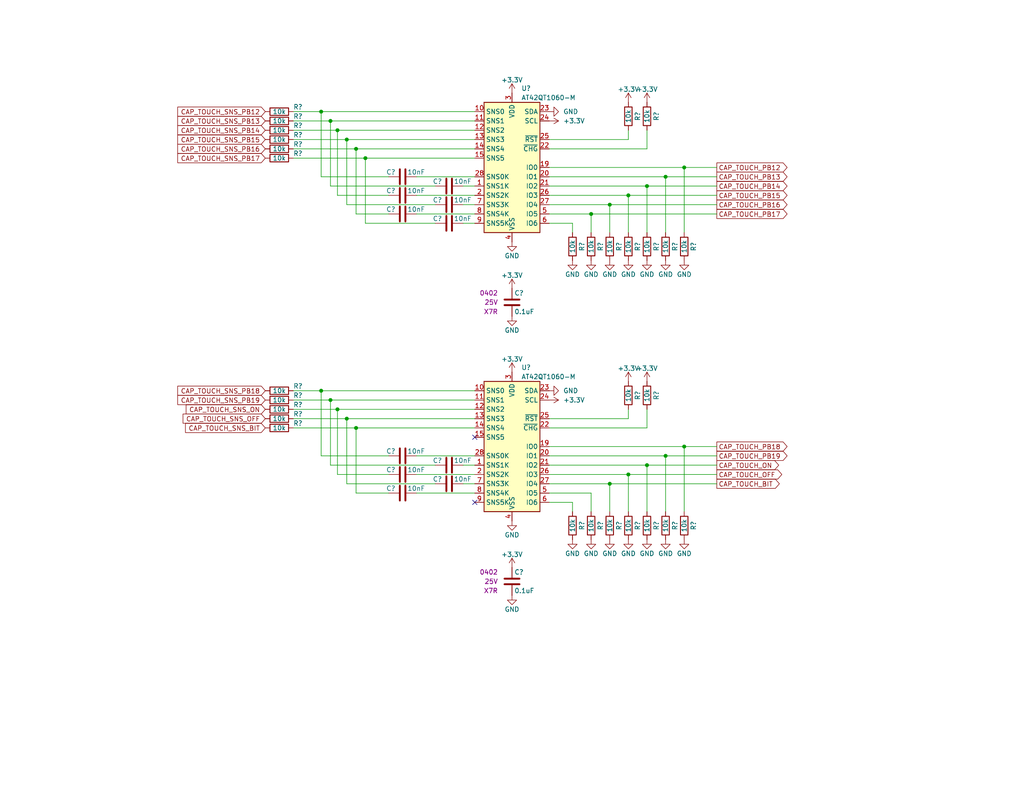
<source format=kicad_sch>
(kicad_sch (version 20230121) (generator eeschema)
  (paper "A")
  (title_block (title "USB MPD") (date "2024-02-01") (rev "PRELIM") (company "Drew Maatman"))
  (lib_symbols
    (symbol "Custom Library:C_Custom" (pin_numbers hide) (pin_names (offset 0.254))
      (property "Reference" "C" (at 0.635 2.54 0))
      (property "Value" "C_Custom" (at 0.635 -2.54 0))
      (property "display_footprint" "Foot" (at -3.81 2.54 0))
      (property "Voltage" "V" (at -3.81 0 0))
      (property "Dielectric" "Er" (at -3.81 -2.54 0))
      (symbol "C_Custom_0_1"
        (polyline (pts (xy -2.032 -0.762) (xy 2.032 -0.762)) (stroke (width 0.508)))
        (polyline (pts (xy -2.032 0.762) (xy 2.032 0.762)) (stroke (width 0.508)))
      )
      (symbol "C_Custom_1_1"
        (pin passive line (at 0 3.81 270) (length 2.794) (name "~") (number "1"))
        (pin passive line (at 0 -3.81 90) (length 2.794) (name "~") (number "2"))
      )
    )
    (symbol "Custom_Library:R_Custom" (pin_numbers hide) (pin_names (offset 1.016) hide)
      (property "Reference" "R" (at -2.54 0 90))
      (property "Value" "Custom_Library_R_Custom" (at 0 0 90))
      (property "display_footprint" "Foot" (at 2.54 0 90))
      (property "Tolerance" "Tol" (at 5.08 0 90))
      (property "Wattage" "W" (at 7.62 0 90))
      (symbol "R_Custom_0_1"
        (rectangle (start 1.016 2.54) (end -1.016 -2.54) (stroke (width 0.254)))
      )
      (symbol "R_Custom_1_1"
        (pin passive line (at 0 3.81 270) (length 1.27) (name "1") (number "1"))
        (pin passive line (at 0 -3.81 90) (length 1.27) (name "2") (number "2"))
      )
    )
    (symbol "Sensor_Touch:AT42QT1060-M"
      (property "Reference" "U" (at -2.54 21.59 0))
      (property "Value" "AT42QT1060-M" (at -2.54 19.05 0))
      (symbol "AT42QT1060-M_0_1"
        (rectangle (start 7.62 17.78) (end -7.62 -17.78) (stroke (width 0.254)) (fill (type background)))
      )
      (symbol "AT42QT1060-M_1_1"
        (pin passive line (at 10.16 -5.08 180) (length 2.54) (name "SNS1K") (number "1"))
        (pin passive line (at 10.16 15.24 180) (length 2.54) (name "SNS0") (number "10"))
        (pin passive line (at 10.16 12.7 180) (length 2.54) (name "SNS1") (number "11"))
        (pin passive line (at 10.16 10.16 180) (length 2.54) (name "SNS2") (number "12"))
        (pin passive line (at 10.16 7.62 180) (length 2.54) (name "SNS3") (number "13"))
        (pin passive line (at 10.16 5.08 180) (length 2.54) (name "SNS4") (number "14"))
        (pin passive line (at 10.16 2.54 180) (length 2.54) (name "SNS5") (number "15"))
        (pin passive line (at 0 20.32 270) (length 2.54) hide (name "VDD") (number "16"))
        (pin passive line (at 0 20.32 270) (length 2.54) hide (name "VDD") (number "17"))
        (pin passive line (at 0 -20.32 90) (length 2.54) hide (name "VSS") (number "18"))
        (pin bidirectional line (at -10.16 0 0) (length 2.54) (name "IO0") (number "19"))
        (pin passive line (at 10.16 -7.62 180) (length 2.54) (name "SNS2K") (number "2"))
        (pin bidirectional line (at -10.16 -2.54 0) (length 2.54) (name "IO1") (number "20"))
        (pin bidirectional line (at -10.16 -5.08 0) (length 2.54) (name "IO2") (number "21"))
        (pin open_collector line (at -10.16 5.08 0) (length 2.54) (name "~{CHG}") (number "22"))
        (pin bidirectional line (at -10.16 15.24 0) (length 2.54) (name "SDA") (number "23"))
        (pin input line (at -10.16 12.7 0) (length 2.54) (name "SCL") (number "24"))
        (pin input line (at -10.16 7.62 0) (length 2.54) (name "~{RST}") (number "25"))
        (pin bidirectional line (at -10.16 -7.62 0) (length 2.54) (name "IO3") (number "26"))
        (pin bidirectional line (at -10.16 -10.16 0) (length 2.54) (name "IO4") (number "27"))
        (pin passive line (at 10.16 -2.54 180) (length 2.54) (name "SNS0K") (number "28"))
        (pin passive line (at 0 -20.32 90) (length 2.54) hide (name "VSS") (number "29"))
        (pin power_in line (at 0 20.32 270) (length 2.54) (name "VDD") (number "3"))
        (pin power_in line (at 0 -20.32 90) (length 2.54) (name "VSS") (number "4"))
        (pin bidirectional line (at -10.16 -12.7 0) (length 2.54) (name "IO5") (number "5"))
        (pin bidirectional line (at -10.16 -15.24 0) (length 2.54) (name "IO6") (number "6"))
        (pin passive line (at 10.16 -10.16 180) (length 2.54) (name "SNS3K") (number "7"))
        (pin passive line (at 10.16 -12.7 180) (length 2.54) (name "SNS4K") (number "8"))
        (pin passive line (at 10.16 -15.24 180) (length 2.54) (name "SNS5K") (number "9"))
      )
    )
    (symbol "power:+3.3V" (power) (pin_names (offset 0))
      (property "Value" "+3.3V" (at 0 3.556 0))
      (symbol "+3.3V_0_1"
        (polyline (pts (xy -0.762 1.27) (xy 0 2.54)))
        (polyline (pts (xy 0 0) (xy 0 2.54)))
        (polyline (pts (xy 0 2.54) (xy 0.762 1.27)))
      )
      (symbol "+3.3V_1_1"
        (pin power_in line (at 0 0 90) (length 0) hide (name "+3.3V") (number "1"))
      )
    )
    (symbol "power:GND" (power) (pin_names (offset 0))
      (property "Value" "GND" (at 0 -3.81 0))
      (symbol "GND_0_1"
        (polyline (pts (xy 0 0) (xy 0 -1.27) (xy 1.27 -1.27) (xy 0 -2.54) (xy -1.27 -1.27) (xy 0 -1.27)))
      )
      (symbol "GND_1_1"
        (pin power_in line (at 0 0 270) (length 0) hide (name "GND") (number "1"))
      )
    )
  )
  (junction (at 166.37 132.08))
  (junction (at 90.17 33.02))
  (junction (at 90.17 109.22))
  (junction (at 176.53 50.8))
  (junction (at 181.61 48.26))
  (junction (at 92.075 35.56))
  (junction (at 186.69 45.72))
  (junction (at 87.63 106.68))
  (junction (at 166.37 55.88))
  (junction (at 181.61 124.46))
  (junction (at 171.45 53.34))
  (junction (at 87.63 30.48))
  (junction (at 161.29 58.42))
  (junction (at 94.615 114.3))
  (junction (at 94.615 38.1))
  (junction (at 92.075 111.76))
  (junction (at 176.53 127))
  (junction (at 99.695 43.18))
  (junction (at 171.45 129.54))
  (junction (at 186.69 121.92))
  (junction (at 97.155 40.64))
  (junction (at 97.155 116.84))
  (no_connect (at 129.54 119.38))
  (no_connect (at 129.54 137.16))
  (wire (pts (xy 166.37 132.08) (xy 166.37 139.7)))
  (wire (pts (xy 195.58 45.72) (xy 186.69 45.72)))
  (wire (pts (xy 149.86 134.62) (xy 161.29 134.62)))
  (wire (pts (xy 118.745 55.88) (xy 94.615 55.88)))
  (wire (pts (xy 87.63 48.26) (xy 87.63 30.48)))
  (wire (pts (xy 90.17 33.02) (xy 129.54 33.02)))
  (wire (pts (xy 94.615 55.88) (xy 94.615 38.1)))
  (wire (pts (xy 166.37 132.08) (xy 195.58 132.08)))
  (wire (pts (xy 181.61 124.46) (xy 195.58 124.46)))
  (wire (pts (xy 176.53 127) (xy 176.53 139.7)))
  (wire (pts (xy 80.01 40.64) (xy 97.155 40.64)))
  (wire (pts (xy 161.29 58.42) (xy 195.58 58.42)))
  (wire (pts (xy 149.86 60.96) (xy 156.21 60.96)))
  (wire (pts (xy 80.01 109.22) (xy 90.17 109.22)))
  (wire (pts (xy 97.155 116.84) (xy 129.54 116.84)))
  (wire (pts (xy 161.29 134.62) (xy 161.29 139.7)))
  (wire (pts (xy 149.86 121.92) (xy 186.69 121.92)))
  (wire (pts (xy 97.155 40.64) (xy 97.155 58.42)))
  (wire (pts (xy 92.075 111.76) (xy 129.54 111.76)))
  (wire (pts (xy 126.365 127) (xy 129.54 127)))
  (wire (pts (xy 87.63 124.46) (xy 87.63 106.68)))
  (wire (pts (xy 171.45 53.34) (xy 195.58 53.34)))
  (wire (pts (xy 92.075 35.56) (xy 129.54 35.56)))
  (wire (pts (xy 106.045 58.42) (xy 97.155 58.42)))
  (wire (pts (xy 176.53 116.84) (xy 149.86 116.84)))
  (wire (pts (xy 106.045 48.26) (xy 87.63 48.26)))
  (wire (pts (xy 113.665 129.54) (xy 129.54 129.54)))
  (wire (pts (xy 176.53 40.64) (xy 149.86 40.64)))
  (wire (pts (xy 176.53 127) (xy 195.58 127)))
  (wire (pts (xy 171.45 129.54) (xy 171.45 139.7)))
  (wire (pts (xy 176.53 50.8) (xy 195.58 50.8)))
  (wire (pts (xy 126.365 132.08) (xy 129.54 132.08)))
  (wire (pts (xy 106.045 124.46) (xy 87.63 124.46)))
  (wire (pts (xy 99.695 43.18) (xy 129.54 43.18)))
  (wire (pts (xy 149.86 129.54) (xy 171.45 129.54)))
  (wire (pts (xy 156.21 137.16) (xy 156.21 139.7)))
  (wire (pts (xy 94.615 38.1) (xy 129.54 38.1)))
  (wire (pts (xy 113.665 58.42) (xy 129.54 58.42)))
  (wire (pts (xy 80.01 30.48) (xy 87.63 30.48)))
  (wire (pts (xy 80.01 111.76) (xy 92.075 111.76)))
  (wire (pts (xy 181.61 48.26) (xy 181.61 63.5)))
  (wire (pts (xy 92.075 129.54) (xy 92.075 111.76)))
  (wire (pts (xy 149.86 55.88) (xy 166.37 55.88)))
  (wire (pts (xy 94.615 114.3) (xy 129.54 114.3)))
  (wire (pts (xy 195.58 121.92) (xy 186.69 121.92)))
  (wire (pts (xy 80.01 33.02) (xy 90.17 33.02)))
  (wire (pts (xy 126.365 50.8) (xy 129.54 50.8)))
  (wire (pts (xy 113.665 53.34) (xy 129.54 53.34)))
  (wire (pts (xy 113.665 124.46) (xy 129.54 124.46)))
  (wire (pts (xy 90.17 127) (xy 90.17 109.22)))
  (wire (pts (xy 149.86 132.08) (xy 166.37 132.08)))
  (wire (pts (xy 149.86 124.46) (xy 181.61 124.46)))
  (wire (pts (xy 80.01 106.68) (xy 87.63 106.68)))
  (wire (pts (xy 149.86 137.16) (xy 156.21 137.16)))
  (wire (pts (xy 106.045 129.54) (xy 92.075 129.54)))
  (wire (pts (xy 171.45 111.76) (xy 171.45 114.3)))
  (wire (pts (xy 161.29 58.42) (xy 161.29 63.5)))
  (wire (pts (xy 149.86 48.26) (xy 181.61 48.26)))
  (wire (pts (xy 118.745 127) (xy 90.17 127)))
  (wire (pts (xy 94.615 132.08) (xy 94.615 114.3)))
  (wire (pts (xy 118.745 50.8) (xy 90.17 50.8)))
  (wire (pts (xy 181.61 124.46) (xy 181.61 139.7)))
  (wire (pts (xy 97.155 40.64) (xy 129.54 40.64)))
  (wire (pts (xy 156.21 60.96) (xy 156.21 63.5)))
  (wire (pts (xy 171.45 114.3) (xy 149.86 114.3)))
  (wire (pts (xy 176.53 50.8) (xy 176.53 63.5)))
  (wire (pts (xy 126.365 55.88) (xy 129.54 55.88)))
  (wire (pts (xy 87.63 106.68) (xy 129.54 106.68)))
  (wire (pts (xy 87.63 30.48) (xy 129.54 30.48)))
  (wire (pts (xy 171.45 35.56) (xy 171.45 38.1)))
  (wire (pts (xy 90.17 50.8) (xy 90.17 33.02)))
  (wire (pts (xy 171.45 38.1) (xy 149.86 38.1)))
  (wire (pts (xy 166.37 55.88) (xy 166.37 63.5)))
  (wire (pts (xy 97.155 116.84) (xy 97.155 134.62)))
  (wire (pts (xy 186.69 121.92) (xy 186.69 139.7)))
  (wire (pts (xy 126.365 60.96) (xy 129.54 60.96)))
  (wire (pts (xy 92.075 53.34) (xy 92.075 35.56)))
  (wire (pts (xy 118.745 60.96) (xy 99.695 60.96)))
  (wire (pts (xy 80.01 116.84) (xy 97.155 116.84)))
  (wire (pts (xy 186.69 45.72) (xy 186.69 63.5)))
  (wire (pts (xy 80.01 35.56) (xy 92.075 35.56)))
  (wire (pts (xy 171.45 129.54) (xy 195.58 129.54)))
  (wire (pts (xy 106.045 134.62) (xy 97.155 134.62)))
  (wire (pts (xy 80.01 43.18) (xy 99.695 43.18)))
  (wire (pts (xy 113.665 134.62) (xy 129.54 134.62)))
  (wire (pts (xy 99.695 60.96) (xy 99.695 43.18)))
  (wire (pts (xy 118.745 132.08) (xy 94.615 132.08)))
  (wire (pts (xy 113.665 48.26) (xy 129.54 48.26)))
  (wire (pts (xy 149.86 127) (xy 176.53 127)))
  (wire (pts (xy 149.86 45.72) (xy 186.69 45.72)))
  (wire (pts (xy 149.86 53.34) (xy 171.45 53.34)))
  (wire (pts (xy 166.37 55.88) (xy 195.58 55.88)))
  (wire (pts (xy 181.61 48.26) (xy 195.58 48.26)))
  (wire (pts (xy 176.53 35.56) (xy 176.53 40.64)))
  (wire (pts (xy 176.53 111.76) (xy 176.53 116.84)))
  (wire (pts (xy 149.86 58.42) (xy 161.29 58.42)))
  (wire (pts (xy 171.45 53.34) (xy 171.45 63.5)))
  (wire (pts (xy 106.045 53.34) (xy 92.075 53.34)))
  (wire (pts (xy 90.17 109.22) (xy 129.54 109.22)))
  (wire (pts (xy 149.86 50.8) (xy 176.53 50.8)))
  (wire (pts (xy 80.01 114.3) (xy 94.615 114.3)))
  (wire (pts (xy 80.01 38.1) (xy 94.615 38.1)))
  (global_label "CAP_TOUCH_SNS_PB15" (shape input) (at 72.39 38.1 180) (property "Intersheetrefs" "${INTERSHEET_REFS}" (effects hide)))
  (global_label "CAP_TOUCH_SNS_PB18" (shape input) (at 72.39 106.68 180) (property "Intersheetrefs" "${INTERSHEET_REFS}" (effects hide)))
  (global_label "CAP_TOUCH_SNS_OFF" (shape input) (at 72.39 114.3 180) (property "Intersheetrefs" "${INTERSHEET_REFS}" (effects hide)))
  (global_label "CAP_TOUCH_SNS_PB14" (shape input) (at 72.39 35.56 180) (property "Intersheetrefs" "${INTERSHEET_REFS}" (effects hide)))
  (global_label "CAP_TOUCH_PB12" (shape output) (at 195.58 45.72 0) (property "Intersheetrefs" "${INTERSHEET_REFS}" (effects hide)))
  (global_label "CAP_TOUCH_PB18" (shape output) (at 195.58 121.92 0) (property "Intersheetrefs" "${INTERSHEET_REFS}" (effects hide)))
  (global_label "CAP_TOUCH_ON" (shape output) (at 195.58 127 0) (property "Intersheetrefs" "${INTERSHEET_REFS}" (effects hide)))
  (global_label "CAP_TOUCH_BIT" (shape output) (at 195.58 132.08 0) (property "Intersheetrefs" "${INTERSHEET_REFS}" (effects hide)))
  (global_label "CAP_TOUCH_SNS_ON" (shape input) (at 72.39 111.76 180) (property "Intersheetrefs" "${INTERSHEET_REFS}" (effects hide)))
  (global_label "CAP_TOUCH_PB15" (shape output) (at 195.58 53.34 0) (property "Intersheetrefs" "${INTERSHEET_REFS}" (effects hide)))
  (global_label "CAP_TOUCH_PB14" (shape output) (at 195.58 50.8 0) (property "Intersheetrefs" "${INTERSHEET_REFS}" (effects hide)))
  (global_label "CAP_TOUCH_PB19" (shape output) (at 195.58 124.46 0) (property "Intersheetrefs" "${INTERSHEET_REFS}" (effects hide)))
  (global_label "CAP_TOUCH_SNS_PB13" (shape input) (at 72.39 33.02 180) (property "Intersheetrefs" "${INTERSHEET_REFS}" (effects hide)))
  (global_label "CAP_TOUCH_PB13" (shape output) (at 195.58 48.26 0) (property "Intersheetrefs" "${INTERSHEET_REFS}" (effects hide)))
  (global_label "CAP_TOUCH_OFF" (shape output) (at 195.58 129.54 0) (property "Intersheetrefs" "${INTERSHEET_REFS}" (effects hide)))
  (global_label "CAP_TOUCH_SNS_PB19" (shape input) (at 72.39 109.22 180) (property "Intersheetrefs" "${INTERSHEET_REFS}" (effects hide)))
  (global_label "CAP_TOUCH_SNS_PB16" (shape input) (at 72.39 40.64 180) (property "Intersheetrefs" "${INTERSHEET_REFS}" (effects hide)))
  (global_label "CAP_TOUCH_PB17" (shape output) (at 195.58 58.42 0) (property "Intersheetrefs" "${INTERSHEET_REFS}" (effects hide)))
  (global_label "CAP_TOUCH_PB16" (shape output) (at 195.58 55.88 0) (property "Intersheetrefs" "${INTERSHEET_REFS}" (effects hide)))
  (global_label "CAP_TOUCH_SNS_PB12" (shape input) (at 72.39 30.48 180) (property "Intersheetrefs" "${INTERSHEET_REFS}" (effects hide)))
  (global_label "CAP_TOUCH_SNS_PB17" (shape input) (at 72.39 43.18 180) (property "Intersheetrefs" "${INTERSHEET_REFS}" (effects hide)))
  (global_label "CAP_TOUCH_SNS_BIT" (shape input) (at 72.39 116.84 180) (property "Intersheetrefs" "${INTERSHEET_REFS}" (effects hide)))
  (symbol (lib_id "Custom Library:C_Custom") (at 122.555 60.96 90) (unit 1)
    (property "Reference" "C?" (at 120.65 59.69 90) (effects (justify left)))
    (property "Value" "10nF" (at 123.825 59.69 90) (effects (justify right)))
    (property "display_footprint" "0402" (effects hide))
    (property "Voltage" "50V" (effects hide))
    (property "Dielectric" "X7R" (effects hide))
    (property "Digi-Key PN" "PN" (effects hide))
  )
  (symbol (lib_id "power:+3.3V") (at 139.7 78.74 0) (unit 1)
    (property "Reference" "#PWR0207" (effects hide))
    (property "Value" "+3.3V" (at 139.7 75.184 0))
    (instances (project "USB_MPD_Switches" (path "" (reference "#PWR0207") (unit 1)) (path "" (reference "#PWR0303") (unit 1)) (path "" (reference "#PWR0406") (unit 1)) (path "" (reference "#PWR0503") (unit 1))))
  )
  (symbol (lib_id "Custom_Library:R_Custom") (at 156.21 143.51 0) (mirror y) (unit 1)
    (property "Reference" "R?" (at 158.75 143.51 90))
    (property "Value" "10k" (at 156.21 143.51 90))
    (property "display_footprint" "0402" (effects hide))
    (property "Tolerance" "1%" (effects hide))
    (property "Wattage" "1/16W" (effects hide))
    (instances (project "Analog_Clock" (path "" (reference "R?") (unit 1)) (path "" (reference "R?") (unit 1)) (path "" (reference "R?") (unit 1)) (path "" (reference "R?") (unit 1)) (path "" (reference "R?") (unit 1)) (path "" (reference "R?") (unit 1)) (path "" (reference "R?") (unit 1)) (path "" (reference "R?") (unit 1))) (project "Nixie_Clock_Core" (path "" (reference "R804") (unit 1))) (project "USB_MPD_Switches" (path "" (reference "R?") (unit 1)) (path "" (reference "R?") (unit 1)) (path "" (reference "R?") (unit 1)) (path "" (reference "R?") (unit 1))))
  )
  (symbol (lib_id "power:+3.3V") (at 139.7 25.4 0) (unit 1)
    (property "Reference" "#PWR0301" (effects hide))
    (property "Value" "+3.3V" (at 139.7 21.844 0))
    (instances (project "USB_MPD_Switches" (path "" (reference "#PWR0301") (unit 1)) (path "" (reference "#PWR0403") (unit 1)) (path "" (reference "#PWR0501") (unit 1))))
  )
  (symbol (lib_id "Custom_Library:R_Custom") (at 181.61 67.31 0) (mirror y) (unit 1)
    (property "Reference" "R?" (at 184.15 67.31 90))
    (property "Value" "10k" (at 181.61 67.31 90))
    (property "display_footprint" "0402" (effects hide))
    (property "Tolerance" "1%" (effects hide))
    (property "Wattage" "1/16W" (effects hide))
    (instances (project "Analog_Clock" (path "" (reference "R?") (unit 1)) (path "" (reference "R?") (unit 1)) (path "" (reference "R?") (unit 1)) (path "" (reference "R?") (unit 1)) (path "" (reference "R?") (unit 1)) (path "" (reference "R?") (unit 1)) (path "" (reference "R?") (unit 1)) (path "" (reference "R?") (unit 1))) (project "Nixie_Clock_Core" (path "" (reference "R804") (unit 1))) (project "USB_MPD_Switches" (path "" (reference "R?") (unit 1)) (path "" (reference "R?") (unit 1)) (path "" (reference "R?") (unit 1)) (path "" (reference "R?") (unit 1))))
  )
  (symbol (lib_id "power:GND") (at 166.37 147.32 0) (unit 1)
    (property "Reference" "#PWR0309" (effects hide))
    (property "Value" "GND" (at 166.37 151.13 0))
    (instances (project "USB_MPD_Switches" (path "" (reference "#PWR0309") (unit 1)) (path "" (reference "#PWR0424") (unit 1)) (path "" (reference "#PWR0518") (unit 1))))
  )
  (symbol (lib_id "power:GND") (at 181.61 71.12 0) (unit 1)
    (property "Reference" "#PWR0309" (effects hide))
    (property "Value" "GND" (at 181.61 74.93 0))
    (instances (project "USB_MPD_Switches" (path "" (reference "#PWR0309") (unit 1)) (path "" (reference "#PWR0412") (unit 1)) (path "" (reference "#PWR0527") (unit 1))))
  )
  (symbol (lib_id "Custom_Library:R_Custom") (at 76.2 114.3 270) (mirror x) (unit 1)
    (property "Reference" "R?" (at 80.01 113.03 90) (effects (justify left)))
    (property "Value" "10k" (at 76.2 114.3 90))
    (property "display_footprint" "0402" (effects hide))
    (property "Tolerance" "1%" (effects hide))
    (property "Wattage" "1/16W" (effects hide))
    (instances (project "Analog_Clock" (path "" (reference "R?") (unit 1)) (path "" (reference "R?") (unit 1)) (path "" (reference "R?") (unit 1)) (path "" (reference "R?") (unit 1)) (path "" (reference "R?") (unit 1)) (path "" (reference "R?") (unit 1)) (path "" (reference "R?") (unit 1)) (path "" (reference "R?") (unit 1))) (project "Nixie_Clock_Core" (path "" (reference "R804") (unit 1))) (project "USB_MPD_Switches" (path "" (reference "R?") (unit 1)) (path "" (reference "R?") (unit 1)) (path "" (reference "R?") (unit 1)) (path "" (reference "R?") (unit 1))))
  )
  (symbol (lib_id "power:+3.3V") (at 139.7 154.94 0) (unit 1)
    (property "Reference" "#PWR0207" (effects hide))
    (property "Value" "+3.3V" (at 139.7 151.384 0))
    (instances (project "USB_MPD_Switches" (path "" (reference "#PWR0207") (unit 1)) (path "" (reference "#PWR0303") (unit 1)) (path "" (reference "#PWR0418") (unit 1)) (path "" (reference "#PWR0507") (unit 1))))
  )
  (symbol (lib_id "power:+3.3V") (at 176.53 104.14 0) (unit 1)
    (property "Reference" "#PWR0301" (effects hide))
    (property "Value" "+3.3V" (at 176.53 100.584 0))
    (instances (project "USB_MPD_Switches" (path "" (reference "#PWR0301") (unit 1)) (path "" (reference "#PWR0427") (unit 1)) (path "" (reference "#PWR0525") (unit 1))))
  )
  (symbol (lib_id "power:GND") (at 171.45 71.12 0) (unit 1)
    (property "Reference" "#PWR0309" (effects hide))
    (property "Value" "GND" (at 171.45 74.93 0))
    (instances (project "USB_MPD_Switches" (path "" (reference "#PWR0309") (unit 1)) (path "" (reference "#PWR0410") (unit 1)) (path "" (reference "#PWR0520") (unit 1))))
  )
  (symbol (lib_id "Custom Library:C_Custom") (at 122.555 132.08 90) (unit 1)
    (property "Reference" "C?" (at 120.65 130.81 90) (effects (justify left)))
    (property "Value" "10nF" (at 123.825 130.81 90) (effects (justify right)))
    (property "display_footprint" "0402" (effects hide))
    (property "Voltage" "50V" (effects hide))
    (property "Dielectric" "X7R" (effects hide))
    (property "Digi-Key PN" "PN" (effects hide))
  )
  (symbol (lib_id "Custom_Library:R_Custom") (at 76.2 35.56 270) (mirror x) (unit 1)
    (property "Reference" "R?" (at 80.01 34.29 90) (effects (justify left)))
    (property "Value" "10k" (at 76.2 35.56 90))
    (property "display_footprint" "0402" (effects hide))
    (property "Tolerance" "1%" (effects hide))
    (property "Wattage" "1/16W" (effects hide))
    (instances (project "Analog_Clock" (path "" (reference "R?") (unit 1)) (path "" (reference "R?") (unit 1)) (path "" (reference "R?") (unit 1)) (path "" (reference "R?") (unit 1)) (path "" (reference "R?") (unit 1)) (path "" (reference "R?") (unit 1)) (path "" (reference "R?") (unit 1)) (path "" (reference "R?") (unit 1))) (project "Nixie_Clock_Core" (path "" (reference "R804") (unit 1))) (project "USB_MPD_Switches" (path "" (reference "R?") (unit 1)) (path "" (reference "R?") (unit 1)) (path "" (reference "R?") (unit 1)) (path "" (reference "R?") (unit 1))))
  )
  (symbol (lib_id "Custom_Library:R_Custom") (at 161.29 143.51 0) (mirror y) (unit 1)
    (property "Reference" "R?" (at 163.83 143.51 90))
    (property "Value" "10k" (at 161.29 143.51 90))
    (property "display_footprint" "0402" (effects hide))
    (property "Tolerance" "1%" (effects hide))
    (property "Wattage" "1/16W" (effects hide))
    (instances (project "Analog_Clock" (path "" (reference "R?") (unit 1)) (path "" (reference "R?") (unit 1)) (path "" (reference "R?") (unit 1)) (path "" (reference "R?") (unit 1)) (path "" (reference "R?") (unit 1)) (path "" (reference "R?") (unit 1)) (path "" (reference "R?") (unit 1)) (path "" (reference "R?") (unit 1))) (project "Nixie_Clock_Core" (path "" (reference "R804") (unit 1))) (project "USB_MPD_Switches" (path "" (reference "R?") (unit 1)) (path "" (reference "R?") (unit 1)) (path "" (reference "R?") (unit 1)) (path "" (reference "R?") (unit 1))))
  )
  (symbol (lib_id "Custom_Library:R_Custom") (at 76.2 109.22 270) (mirror x) (unit 1)
    (property "Reference" "R?" (at 80.01 107.95 90) (effects (justify left)))
    (property "Value" "10k" (at 76.2 109.22 90))
    (property "display_footprint" "0402" (effects hide))
    (property "Tolerance" "1%" (effects hide))
    (property "Wattage" "1/16W" (effects hide))
    (instances (project "Analog_Clock" (path "" (reference "R?") (unit 1)) (path "" (reference "R?") (unit 1)) (path "" (reference "R?") (unit 1)) (path "" (reference "R?") (unit 1)) (path "" (reference "R?") (unit 1)) (path "" (reference "R?") (unit 1)) (path "" (reference "R?") (unit 1)) (path "" (reference "R?") (unit 1))) (project "Nixie_Clock_Core" (path "" (reference "R804") (unit 1))) (project "USB_MPD_Switches" (path "" (reference "R?") (unit 1)) (path "" (reference "R?") (unit 1)) (path "" (reference "R?") (unit 1)) (path "" (reference "R?") (unit 1))))
  )
  (symbol (lib_id "Custom Library:C_Custom") (at 139.7 82.55 0) (unit 1)
    (property "Reference" "C?" (at 140.335 80.01 0) (effects (justify left)))
    (property "Value" "0.1uF" (at 140.335 85.09 0) (effects (justify left)))
    (property "display_footprint" "0402" (at 135.89 80.01 0) (effects (justify right)))
    (property "Voltage" "25V" (at 135.89 82.55 0) (effects (justify right)))
    (property "Dielectric" "X7R" (at 135.89 85.09 0) (effects (justify right)))
    (property "Digi-Key PN" "PN" (effects hide))
  )
  (symbol (lib_id "power:+3.3V") (at 176.53 27.94 0) (unit 1)
    (property "Reference" "#PWR0301" (effects hide))
    (property "Value" "+3.3V" (at 176.53 24.384 0))
    (instances (project "USB_MPD_Switches" (path "" (reference "#PWR0301") (unit 1)) (path "" (reference "#PWR0416") (unit 1)) (path "" (reference "#PWR0523") (unit 1))))
  )
  (symbol (lib_id "Custom_Library:R_Custom") (at 171.45 107.95 0) (mirror y) (unit 1)
    (property "Reference" "R?" (at 173.99 107.95 90))
    (property "Value" "10k" (at 171.45 107.95 90))
    (property "display_footprint" "0402" (effects hide))
    (property "Tolerance" "1%" (effects hide))
    (property "Wattage" "1/16W" (effects hide))
    (instances (project "Analog_Clock" (path "" (reference "R?") (unit 1)) (path "" (reference "R?") (unit 1)) (path "" (reference "R?") (unit 1)) (path "" (reference "R?") (unit 1)) (path "" (reference "R?") (unit 1)) (path "" (reference "R?") (unit 1)) (path "" (reference "R?") (unit 1)) (path "" (reference "R?") (unit 1))) (project "Nixie_Clock_Core" (path "" (reference "R804") (unit 1))) (project "USB_MPD_Switches" (path "" (reference "R?") (unit 1)) (path "" (reference "R?") (unit 1)) (path "" (reference "R?") (unit 1)) (path "" (reference "R?") (unit 1))))
  )
  (symbol (lib_id "Custom Library:C_Custom") (at 109.855 53.34 90) (unit 1)
    (property "Reference" "C?" (at 107.95 52.07 90) (effects (justify left)))
    (property "Value" "10nF" (at 111.125 52.07 90) (effects (justify right)))
    (property "display_footprint" "0402" (effects hide))
    (property "Voltage" "50V" (effects hide))
    (property "Dielectric" "X7R" (effects hide))
    (property "Digi-Key PN" "PN" (effects hide))
  )
  (symbol (lib_id "Custom_Library:R_Custom") (at 166.37 143.51 0) (mirror y) (unit 1)
    (property "Reference" "R?" (at 168.91 143.51 90))
    (property "Value" "10k" (at 166.37 143.51 90))
    (property "display_footprint" "0402" (effects hide))
    (property "Tolerance" "1%" (effects hide))
    (property "Wattage" "1/16W" (effects hide))
    (instances (project "Analog_Clock" (path "" (reference "R?") (unit 1)) (path "" (reference "R?") (unit 1)) (path "" (reference "R?") (unit 1)) (path "" (reference "R?") (unit 1)) (path "" (reference "R?") (unit 1)) (path "" (reference "R?") (unit 1)) (path "" (reference "R?") (unit 1)) (path "" (reference "R?") (unit 1))) (project "Nixie_Clock_Core" (path "" (reference "R804") (unit 1))) (project "USB_MPD_Switches" (path "" (reference "R?") (unit 1)) (path "" (reference "R?") (unit 1)) (path "" (reference "R?") (unit 1)) (path "" (reference "R?") (unit 1))))
  )
  (symbol (lib_id "power:GND") (at 139.7 66.04 0) (unit 1)
    (property "Reference" "#PWR0404" (effects hide))
    (property "Value" "GND" (at 139.7 69.85 0))
    (instances (project "USB_MPD_Switches" (path "" (reference "#PWR0404") (unit 1)) (path "" (reference "#PWR0502") (unit 1))))
  )
  (symbol (lib_id "power:GND") (at 181.61 147.32 0) (unit 1)
    (property "Reference" "#PWR0309" (effects hide))
    (property "Value" "GND" (at 181.61 151.13 0))
    (instances (project "USB_MPD_Switches" (path "" (reference "#PWR0309") (unit 1)) (path "" (reference "#PWR0429") (unit 1)) (path "" (reference "#PWR0528") (unit 1))))
  )
  (symbol (lib_id "Custom_Library:R_Custom") (at 171.45 67.31 0) (mirror y) (unit 1)
    (property "Reference" "R?" (at 173.99 67.31 90))
    (property "Value" "10k" (at 171.45 67.31 90))
    (property "display_footprint" "0402" (effects hide))
    (property "Tolerance" "1%" (effects hide))
    (property "Wattage" "1/16W" (effects hide))
    (instances (project "Analog_Clock" (path "" (reference "R?") (unit 1)) (path "" (reference "R?") (unit 1)) (path "" (reference "R?") (unit 1)) (path "" (reference "R?") (unit 1)) (path "" (reference "R?") (unit 1)) (path "" (reference "R?") (unit 1)) (path "" (reference "R?") (unit 1)) (path "" (reference "R?") (unit 1))) (project "Nixie_Clock_Core" (path "" (reference "R804") (unit 1))) (project "USB_MPD_Switches" (path "" (reference "R?") (unit 1)) (path "" (reference "R?") (unit 1)) (path "" (reference "R?") (unit 1)) (path "" (reference "R?") (unit 1))))
  )
  (symbol (lib_id "Custom_Library:R_Custom") (at 161.29 67.31 0) (mirror y) (unit 1)
    (property "Reference" "R?" (at 163.83 67.31 90))
    (property "Value" "10k" (at 161.29 67.31 90))
    (property "display_footprint" "0402" (effects hide))
    (property "Tolerance" "1%" (effects hide))
    (property "Wattage" "1/16W" (effects hide))
    (instances (project "Analog_Clock" (path "" (reference "R?") (unit 1)) (path "" (reference "R?") (unit 1)) (path "" (reference "R?") (unit 1)) (path "" (reference "R?") (unit 1)) (path "" (reference "R?") (unit 1)) (path "" (reference "R?") (unit 1)) (path "" (reference "R?") (unit 1)) (path "" (reference "R?") (unit 1))) (project "Nixie_Clock_Core" (path "" (reference "R804") (unit 1))) (project "USB_MPD_Switches" (path "" (reference "R?") (unit 1)) (path "" (reference "R?") (unit 1)) (path "" (reference "R?") (unit 1)) (path "" (reference "R?") (unit 1))))
  )
  (symbol (lib_id "Sensor_Touch:AT42QT1060-M") (at 139.7 45.72 0) (mirror y) (unit 1)
    (property "Reference" "U?" (at 142.24 24.13 0) (effects (justify right)))
    (property "Value" "AT42QT1060-M" (at 142.24 26.67 0) (effects (justify right)))
    (property "Footprint" "Package_DFN_QFN:VQFN-28-1EP_4x4mm_P0.45mm_EP2.4x2.4mm" (effects hide))
    (property "Datasheet" "http://ww1.microchip.com/downloads/en/DeviceDoc/Atmel-9505-AT42-QTouch-BSW-AT42QT1060_Datasheet.pdf" (effects hide))
  )
  (symbol (lib_id "power:GND") (at 176.53 147.32 0) (unit 1)
    (property "Reference" "#PWR0309" (effects hide))
    (property "Value" "GND" (at 176.53 151.13 0))
    (instances (project "USB_MPD_Switches" (path "" (reference "#PWR0309") (unit 1)) (path "" (reference "#PWR0428") (unit 1)) (path "" (reference "#PWR0526") (unit 1))))
  )
  (symbol (lib_id "power:+3.3V") (at 149.86 33.02 270) (unit 1)
    (property "Reference" "#PWR0301" (effects hide))
    (property "Value" "+3.3V" (at 153.67 33.02 90) (effects (justify left)))
    (instances (project "USB_MPD_Switches" (path "" (reference "#PWR0301") (unit 1)) (path "" (reference "#PWR0402") (unit 1)) (path "" (reference "#PWR0510") (unit 1))))
  )
  (symbol (lib_id "power:GND") (at 139.7 142.24 0) (unit 1)
    (property "Reference" "#PWR0417" (effects hide))
    (property "Value" "GND" (at 139.7 146.05 0))
    (instances (project "USB_MPD_Switches" (path "" (reference "#PWR0417") (unit 1)) (path "" (reference "#PWR0506") (unit 1))))
  )
  (symbol (lib_id "power:GND") (at 161.29 147.32 0) (unit 1)
    (property "Reference" "#PWR0309" (effects hide))
    (property "Value" "GND" (at 161.29 151.13 0))
    (instances (project "USB_MPD_Switches" (path "" (reference "#PWR0309") (unit 1)) (path "" (reference "#PWR0423") (unit 1)) (path "" (reference "#PWR0516") (unit 1))))
  )
  (symbol (lib_id "power:GND") (at 186.69 147.32 0) (unit 1)
    (property "Reference" "#PWR0309" (effects hide))
    (property "Value" "GND" (at 186.69 151.13 0))
    (instances (project "USB_MPD_Switches" (path "" (reference "#PWR0309") (unit 1)) (path "" (reference "#PWR0430") (unit 1)) (path "" (reference "#PWR0530") (unit 1))))
  )
  (symbol (lib_id "Custom_Library:R_Custom") (at 76.2 43.18 270) (mirror x) (unit 1)
    (property "Reference" "R?" (at 80.01 41.91 90) (effects (justify left)))
    (property "Value" "10k" (at 76.2 43.18 90))
    (property "display_footprint" "0402" (effects hide))
    (property "Tolerance" "1%" (effects hide))
    (property "Wattage" "1/16W" (effects hide))
    (instances (project "Analog_Clock" (path "" (reference "R?") (unit 1)) (path "" (reference "R?") (unit 1)) (path "" (reference "R?") (unit 1)) (path "" (reference "R?") (unit 1)) (path "" (reference "R?") (unit 1)) (path "" (reference "R?") (unit 1)) (path "" (reference "R?") (unit 1)) (path "" (reference "R?") (unit 1))) (project "Nixie_Clock_Core" (path "" (reference "R804") (unit 1))) (project "USB_MPD_Switches" (path "" (reference "R?") (unit 1)) (path "" (reference "R?") (unit 1)) (path "" (reference "R?") (unit 1)) (path "" (reference "R?") (unit 1))))
  )
  (symbol (lib_id "Custom_Library:R_Custom") (at 76.2 106.68 270) (mirror x) (unit 1)
    (property "Reference" "R?" (at 80.01 105.41 90) (effects (justify left)))
    (property "Value" "10k" (at 76.2 106.68 90))
    (property "display_footprint" "0402" (effects hide))
    (property "Tolerance" "1%" (effects hide))
    (property "Wattage" "1/16W" (effects hide))
    (instances (project "Analog_Clock" (path "" (reference "R?") (unit 1)) (path "" (reference "R?") (unit 1)) (path "" (reference "R?") (unit 1)) (path "" (reference "R?") (unit 1)) (path "" (reference "R?") (unit 1)) (path "" (reference "R?") (unit 1)) (path "" (reference "R?") (unit 1)) (path "" (reference "R?") (unit 1))) (project "Nixie_Clock_Core" (path "" (reference "R804") (unit 1))) (project "USB_MPD_Switches" (path "" (reference "R?") (unit 1)) (path "" (reference "R?") (unit 1)) (path "" (reference "R?") (unit 1)) (path "" (reference "R?") (unit 1))))
  )
  (symbol (lib_id "Custom Library:C_Custom") (at 109.855 58.42 90) (unit 1)
    (property "Reference" "C?" (at 107.95 57.15 90) (effects (justify left)))
    (property "Value" "10nF" (at 111.125 57.15 90) (effects (justify right)))
    (property "display_footprint" "0402" (effects hide))
    (property "Voltage" "50V" (effects hide))
    (property "Dielectric" "X7R" (effects hide))
    (property "Digi-Key PN" "PN" (effects hide))
  )
  (symbol (lib_id "power:+3.3V") (at 171.45 27.94 0) (unit 1)
    (property "Reference" "#PWR0301" (effects hide))
    (property "Value" "+3.3V" (at 171.45 24.384 0))
    (instances (project "USB_MPD_Switches" (path "" (reference "#PWR0301") (unit 1)) (path "" (reference "#PWR0415") (unit 1)) (path "" (reference "#PWR0519") (unit 1))))
  )
  (symbol (lib_id "power:+3.3V") (at 149.86 109.22 270) (unit 1)
    (property "Reference" "#PWR0301" (effects hide))
    (property "Value" "+3.3V" (at 153.67 109.22 90) (effects (justify left)))
    (instances (project "USB_MPD_Switches" (path "" (reference "#PWR0301") (unit 1)) (path "" (reference "#PWR0421") (unit 1)) (path "" (reference "#PWR0512") (unit 1))))
  )
  (symbol (lib_id "Custom Library:C_Custom") (at 139.7 158.75 0) (unit 1)
    (property "Reference" "C?" (at 140.335 156.21 0) (effects (justify left)))
    (property "Value" "0.1uF" (at 140.335 161.29 0) (effects (justify left)))
    (property "display_footprint" "0402" (at 135.89 156.21 0) (effects (justify right)))
    (property "Voltage" "25V" (at 135.89 158.75 0) (effects (justify right)))
    (property "Dielectric" "X7R" (at 135.89 161.29 0) (effects (justify right)))
    (property "Digi-Key PN" "PN" (effects hide))
  )
  (symbol (lib_id "Custom Library:C_Custom") (at 109.855 48.26 90) (unit 1)
    (property "Reference" "C?" (at 107.95 46.99 90) (effects (justify left)))
    (property "Value" "10nF" (at 111.125 46.99 90) (effects (justify right)))
    (property "display_footprint" "0402" (effects hide))
    (property "Voltage" "50V" (effects hide))
    (property "Dielectric" "X7R" (effects hide))
    (property "Digi-Key PN" "PN" (effects hide))
  )
  (symbol (lib_id "Custom_Library:R_Custom") (at 176.53 31.75 0) (mirror y) (unit 1)
    (property "Reference" "R?" (at 179.07 31.75 90))
    (property "Value" "10k" (at 176.53 31.75 90))
    (property "display_footprint" "0402" (effects hide))
    (property "Tolerance" "1%" (effects hide))
    (property "Wattage" "1/16W" (effects hide))
    (instances (project "Analog_Clock" (path "" (reference "R?") (unit 1)) (path "" (reference "R?") (unit 1)) (path "" (reference "R?") (unit 1)) (path "" (reference "R?") (unit 1)) (path "" (reference "R?") (unit 1)) (path "" (reference "R?") (unit 1)) (path "" (reference "R?") (unit 1)) (path "" (reference "R?") (unit 1))) (project "Nixie_Clock_Core" (path "" (reference "R804") (unit 1))) (project "USB_MPD_Switches" (path "" (reference "R?") (unit 1)) (path "" (reference "R?") (unit 1)) (path "" (reference "R?") (unit 1)) (path "" (reference "R?") (unit 1))))
  )
  (symbol (lib_id "Custom_Library:R_Custom") (at 76.2 30.48 270) (mirror x) (unit 1)
    (property "Reference" "R?" (at 80.01 29.21 90) (effects (justify left)))
    (property "Value" "10k" (at 76.2 30.48 90))
    (property "display_footprint" "0402" (effects hide))
    (property "Tolerance" "1%" (effects hide))
    (property "Wattage" "1/16W" (effects hide))
    (instances (project "Analog_Clock" (path "" (reference "R?") (unit 1)) (path "" (reference "R?") (unit 1)) (path "" (reference "R?") (unit 1)) (path "" (reference "R?") (unit 1)) (path "" (reference "R?") (unit 1)) (path "" (reference "R?") (unit 1)) (path "" (reference "R?") (unit 1)) (path "" (reference "R?") (unit 1))) (project "Nixie_Clock_Core" (path "" (reference "R804") (unit 1))) (project "USB_MPD_Switches" (path "" (reference "R?") (unit 1)) (path "" (reference "R?") (unit 1)) (path "" (reference "R?") (unit 1)) (path "" (reference "R?") (unit 1))))
  )
  (symbol (lib_id "power:GND") (at 156.21 71.12 0) (unit 1)
    (property "Reference" "#PWR0309" (effects hide))
    (property "Value" "GND" (at 156.21 74.93 0))
    (instances (project "USB_MPD_Switches" (path "" (reference "#PWR0309") (unit 1)) (path "" (reference "#PWR0405") (unit 1)) (path "" (reference "#PWR0513") (unit 1))))
  )
  (symbol (lib_id "Custom_Library:R_Custom") (at 186.69 143.51 0) (mirror y) (unit 1)
    (property "Reference" "R?" (at 189.23 143.51 90))
    (property "Value" "10k" (at 186.69 143.51 90))
    (property "display_footprint" "0402" (effects hide))
    (property "Tolerance" "1%" (effects hide))
    (property "Wattage" "1/16W" (effects hide))
    (instances (project "Analog_Clock" (path "" (reference "R?") (unit 1)) (path "" (reference "R?") (unit 1)) (path "" (reference "R?") (unit 1)) (path "" (reference "R?") (unit 1)) (path "" (reference "R?") (unit 1)) (path "" (reference "R?") (unit 1)) (path "" (reference "R?") (unit 1)) (path "" (reference "R?") (unit 1))) (project "Nixie_Clock_Core" (path "" (reference "R804") (unit 1))) (project "USB_MPD_Switches" (path "" (reference "R?") (unit 1)) (path "" (reference "R?") (unit 1)) (path "" (reference "R?") (unit 1)) (path "" (reference "R?") (unit 1))))
  )
  (symbol (lib_id "Custom_Library:R_Custom") (at 176.53 107.95 0) (mirror y) (unit 1)
    (property "Reference" "R?" (at 179.07 107.95 90))
    (property "Value" "10k" (at 176.53 107.95 90))
    (property "display_footprint" "0402" (effects hide))
    (property "Tolerance" "1%" (effects hide))
    (property "Wattage" "1/16W" (effects hide))
    (instances (project "Analog_Clock" (path "" (reference "R?") (unit 1)) (path "" (reference "R?") (unit 1)) (path "" (reference "R?") (unit 1)) (path "" (reference "R?") (unit 1)) (path "" (reference "R?") (unit 1)) (path "" (reference "R?") (unit 1)) (path "" (reference "R?") (unit 1)) (path "" (reference "R?") (unit 1))) (project "Nixie_Clock_Core" (path "" (reference "R804") (unit 1))) (project "USB_MPD_Switches" (path "" (reference "R?") (unit 1)) (path "" (reference "R?") (unit 1)) (path "" (reference "R?") (unit 1)) (path "" (reference "R?") (unit 1))))
  )
  (symbol (lib_id "Custom Library:C_Custom") (at 122.555 50.8 90) (unit 1)
    (property "Reference" "C?" (at 120.65 49.53 90) (effects (justify left)))
    (property "Value" "10nF" (at 123.825 49.53 90) (effects (justify right)))
    (property "display_footprint" "0402" (effects hide))
    (property "Voltage" "50V" (effects hide))
    (property "Dielectric" "X7R" (effects hide))
    (property "Digi-Key PN" "PN" (effects hide))
  )
  (symbol (lib_id "Custom_Library:R_Custom") (at 176.53 143.51 0) (mirror y) (unit 1)
    (property "Reference" "R?" (at 179.07 143.51 90))
    (property "Value" "10k" (at 176.53 143.51 90))
    (property "display_footprint" "0402" (effects hide))
    (property "Tolerance" "1%" (effects hide))
    (property "Wattage" "1/16W" (effects hide))
    (instances (project "Analog_Clock" (path "" (reference "R?") (unit 1)) (path "" (reference "R?") (unit 1)) (path "" (reference "R?") (unit 1)) (path "" (reference "R?") (unit 1)) (path "" (reference "R?") (unit 1)) (path "" (reference "R?") (unit 1)) (path "" (reference "R?") (unit 1)) (path "" (reference "R?") (unit 1))) (project "Nixie_Clock_Core" (path "" (reference "R804") (unit 1))) (project "USB_MPD_Switches" (path "" (reference "R?") (unit 1)) (path "" (reference "R?") (unit 1)) (path "" (reference "R?") (unit 1)) (path "" (reference "R?") (unit 1))))
  )
  (symbol (lib_id "Custom_Library:R_Custom") (at 76.2 111.76 270) (mirror x) (unit 1)
    (property "Reference" "R?" (at 80.01 110.49 90) (effects (justify left)))
    (property "Value" "10k" (at 76.2 111.76 90))
    (property "display_footprint" "0402" (effects hide))
    (property "Tolerance" "1%" (effects hide))
    (property "Wattage" "1/16W" (effects hide))
    (instances (project "Analog_Clock" (path "" (reference "R?") (unit 1)) (path "" (reference "R?") (unit 1)) (path "" (reference "R?") (unit 1)) (path "" (reference "R?") (unit 1)) (path "" (reference "R?") (unit 1)) (path "" (reference "R?") (unit 1)) (path "" (reference "R?") (unit 1)) (path "" (reference "R?") (unit 1))) (project "Nixie_Clock_Core" (path "" (reference "R804") (unit 1))) (project "USB_MPD_Switches" (path "" (reference "R?") (unit 1)) (path "" (reference "R?") (unit 1)) (path "" (reference "R?") (unit 1)) (path "" (reference "R?") (unit 1))))
  )
  (symbol (lib_id "Custom_Library:R_Custom") (at 171.45 31.75 0) (mirror y) (unit 1)
    (property "Reference" "R?" (at 173.99 31.75 90))
    (property "Value" "10k" (at 171.45 31.75 90))
    (property "display_footprint" "0402" (effects hide))
    (property "Tolerance" "1%" (effects hide))
    (property "Wattage" "1/16W" (effects hide))
    (instances (project "Analog_Clock" (path "" (reference "R?") (unit 1)) (path "" (reference "R?") (unit 1)) (path "" (reference "R?") (unit 1)) (path "" (reference "R?") (unit 1)) (path "" (reference "R?") (unit 1)) (path "" (reference "R?") (unit 1)) (path "" (reference "R?") (unit 1)) (path "" (reference "R?") (unit 1))) (project "Nixie_Clock_Core" (path "" (reference "R804") (unit 1))) (project "USB_MPD_Switches" (path "" (reference "R?") (unit 1)) (path "" (reference "R?") (unit 1)) (path "" (reference "R?") (unit 1)) (path "" (reference "R?") (unit 1))))
  )
  (symbol (lib_id "power:GND") (at 149.86 106.68 90) (unit 1)
    (property "Reference" "#PWR0420" (effects hide))
    (property "Value" "GND" (at 153.67 106.68 90) (effects (justify right)))
    (instances (project "USB_MPD_Switches" (path "" (reference "#PWR0420") (unit 1)) (path "" (reference "#PWR0511") (unit 1))))
  )
  (symbol (lib_id "Custom Library:C_Custom") (at 109.855 134.62 90) (unit 1)
    (property "Reference" "C?" (at 107.95 133.35 90) (effects (justify left)))
    (property "Value" "10nF" (at 111.125 133.35 90) (effects (justify right)))
    (property "display_footprint" "0402" (effects hide))
    (property "Voltage" "50V" (effects hide))
    (property "Dielectric" "X7R" (effects hide))
    (property "Digi-Key PN" "PN" (effects hide))
  )
  (symbol (lib_id "Custom_Library:R_Custom") (at 186.69 67.31 0) (mirror y) (unit 1)
    (property "Reference" "R?" (at 189.23 67.31 90))
    (property "Value" "10k" (at 186.69 67.31 90))
    (property "display_footprint" "0402" (effects hide))
    (property "Tolerance" "1%" (effects hide))
    (property "Wattage" "1/16W" (effects hide))
    (instances (project "Analog_Clock" (path "" (reference "R?") (unit 1)) (path "" (reference "R?") (unit 1)) (path "" (reference "R?") (unit 1)) (path "" (reference "R?") (unit 1)) (path "" (reference "R?") (unit 1)) (path "" (reference "R?") (unit 1)) (path "" (reference "R?") (unit 1)) (path "" (reference "R?") (unit 1))) (project "Nixie_Clock_Core" (path "" (reference "R804") (unit 1))) (project "USB_MPD_Switches" (path "" (reference "R?") (unit 1)) (path "" (reference "R?") (unit 1)) (path "" (reference "R?") (unit 1)) (path "" (reference "R?") (unit 1))))
  )
  (symbol (lib_id "power:GND") (at 166.37 71.12 0) (unit 1)
    (property "Reference" "#PWR0309" (effects hide))
    (property "Value" "GND" (at 166.37 74.93 0))
    (instances (project "USB_MPD_Switches" (path "" (reference "#PWR0309") (unit 1)) (path "" (reference "#PWR0409") (unit 1)) (path "" (reference "#PWR0517") (unit 1))))
  )
  (symbol (lib_id "power:GND") (at 156.21 147.32 0) (unit 1)
    (property "Reference" "#PWR0309" (effects hide))
    (property "Value" "GND" (at 156.21 151.13 0))
    (instances (project "USB_MPD_Switches" (path "" (reference "#PWR0309") (unit 1)) (path "" (reference "#PWR0422") (unit 1)) (path "" (reference "#PWR0514") (unit 1))))
  )
  (symbol (lib_id "power:GND") (at 186.69 71.12 0) (unit 1)
    (property "Reference" "#PWR0309" (effects hide))
    (property "Value" "GND" (at 186.69 74.93 0))
    (instances (project "USB_MPD_Switches" (path "" (reference "#PWR0309") (unit 1)) (path "" (reference "#PWR0413") (unit 1)) (path "" (reference "#PWR0529") (unit 1))))
  )
  (symbol (lib_id "Custom Library:C_Custom") (at 122.555 55.88 90) (unit 1)
    (property "Reference" "C?" (at 120.65 54.61 90) (effects (justify left)))
    (property "Value" "10nF" (at 123.825 54.61 90) (effects (justify right)))
    (property "display_footprint" "0402" (effects hide))
    (property "Voltage" "50V" (effects hide))
    (property "Dielectric" "X7R" (effects hide))
    (property "Digi-Key PN" "PN" (effects hide))
  )
  (symbol (lib_id "Custom_Library:R_Custom") (at 156.21 67.31 0) (mirror y) (unit 1)
    (property "Reference" "R?" (at 158.75 67.31 90))
    (property "Value" "10k" (at 156.21 67.31 90))
    (property "display_footprint" "0402" (effects hide))
    (property "Tolerance" "1%" (effects hide))
    (property "Wattage" "1/16W" (effects hide))
    (instances (project "Analog_Clock" (path "" (reference "R?") (unit 1)) (path "" (reference "R?") (unit 1)) (path "" (reference "R?") (unit 1)) (path "" (reference "R?") (unit 1)) (path "" (reference "R?") (unit 1)) (path "" (reference "R?") (unit 1)) (path "" (reference "R?") (unit 1)) (path "" (reference "R?") (unit 1))) (project "Nixie_Clock_Core" (path "" (reference "R804") (unit 1))) (project "USB_MPD_Switches" (path "" (reference "R?") (unit 1)) (path "" (reference "R?") (unit 1)) (path "" (reference "R?") (unit 1)) (path "" (reference "R?") (unit 1))))
  )
  (symbol (lib_id "Sensor_Touch:AT42QT1060-M") (at 139.7 121.92 0) (mirror y) (unit 1)
    (property "Reference" "U?" (at 142.24 100.33 0) (effects (justify right)))
    (property "Value" "AT42QT1060-M" (at 142.24 102.87 0) (effects (justify right)))
    (property "Footprint" "Package_DFN_QFN:VQFN-28-1EP_4x4mm_P0.45mm_EP2.4x2.4mm" (effects hide))
    (property "Datasheet" "http://ww1.microchip.com/downloads/en/DeviceDoc/Atmel-9505-AT42-QTouch-BSW-AT42QT1060_Datasheet.pdf" (effects hide))
  )
  (symbol (lib_id "Custom_Library:R_Custom") (at 76.2 116.84 270) (mirror x) (unit 1)
    (property "Reference" "R?" (at 80.01 115.57 90) (effects (justify left)))
    (property "Value" "10k" (at 76.2 116.84 90))
    (property "display_footprint" "0402" (effects hide))
    (property "Tolerance" "1%" (effects hide))
    (property "Wattage" "1/16W" (effects hide))
    (instances (project "Analog_Clock" (path "" (reference "R?") (unit 1)) (path "" (reference "R?") (unit 1)) (path "" (reference "R?") (unit 1)) (path "" (reference "R?") (unit 1)) (path "" (reference "R?") (unit 1)) (path "" (reference "R?") (unit 1)) (path "" (reference "R?") (unit 1)) (path "" (reference "R?") (unit 1))) (project "Nixie_Clock_Core" (path "" (reference "R804") (unit 1))) (project "USB_MPD_Switches" (path "" (reference "R?") (unit 1)) (path "" (reference "R?") (unit 1)) (path "" (reference "R?") (unit 1)) (path "" (reference "R?") (unit 1))))
  )
  (symbol (lib_id "Custom Library:C_Custom") (at 122.555 127 90) (unit 1)
    (property "Reference" "C?" (at 120.65 125.73 90) (effects (justify left)))
    (property "Value" "10nF" (at 123.825 125.73 90) (effects (justify right)))
    (property "display_footprint" "0402" (effects hide))
    (property "Voltage" "50V" (effects hide))
    (property "Dielectric" "X7R" (effects hide))
    (property "Digi-Key PN" "PN" (effects hide))
  )
  (symbol (lib_id "Custom_Library:R_Custom") (at 76.2 33.02 270) (mirror x) (unit 1)
    (property "Reference" "R?" (at 80.01 31.75 90) (effects (justify left)))
    (property "Value" "10k" (at 76.2 33.02 90))
    (property "display_footprint" "0402" (effects hide))
    (property "Tolerance" "1%" (effects hide))
    (property "Wattage" "1/16W" (effects hide))
    (instances (project "Analog_Clock" (path "" (reference "R?") (unit 1)) (path "" (reference "R?") (unit 1)) (path "" (reference "R?") (unit 1)) (path "" (reference "R?") (unit 1)) (path "" (reference "R?") (unit 1)) (path "" (reference "R?") (unit 1)) (path "" (reference "R?") (unit 1)) (path "" (reference "R?") (unit 1))) (project "Nixie_Clock_Core" (path "" (reference "R804") (unit 1))) (project "USB_MPD_Switches" (path "" (reference "R?") (unit 1)) (path "" (reference "R?") (unit 1)) (path "" (reference "R?") (unit 1)) (path "" (reference "R?") (unit 1))))
  )
  (symbol (lib_id "Custom_Library:R_Custom") (at 171.45 143.51 0) (mirror y) (unit 1)
    (property "Reference" "R?" (at 173.99 143.51 90))
    (property "Value" "10k" (at 171.45 143.51 90))
    (property "display_footprint" "0402" (effects hide))
    (property "Tolerance" "1%" (effects hide))
    (property "Wattage" "1/16W" (effects hide))
    (instances (project "Analog_Clock" (path "" (reference "R?") (unit 1)) (path "" (reference "R?") (unit 1)) (path "" (reference "R?") (unit 1)) (path "" (reference "R?") (unit 1)) (path "" (reference "R?") (unit 1)) (path "" (reference "R?") (unit 1)) (path "" (reference "R?") (unit 1)) (path "" (reference "R?") (unit 1))) (project "Nixie_Clock_Core" (path "" (reference "R804") (unit 1))) (project "USB_MPD_Switches" (path "" (reference "R?") (unit 1)) (path "" (reference "R?") (unit 1)) (path "" (reference "R?") (unit 1)) (path "" (reference "R?") (unit 1))))
  )
  (symbol (lib_id "power:+3.3V") (at 139.7 101.6 0) (unit 1)
    (property "Reference" "#PWR0301" (effects hide))
    (property "Value" "+3.3V" (at 139.7 98.044 0))
    (instances (project "USB_MPD_Switches" (path "" (reference "#PWR0301") (unit 1)) (path "" (reference "#PWR0414") (unit 1)) (path "" (reference "#PWR0505") (unit 1))))
  )
  (symbol (lib_id "Custom_Library:R_Custom") (at 76.2 40.64 270) (mirror x) (unit 1)
    (property "Reference" "R?" (at 80.01 39.37 90) (effects (justify left)))
    (property "Value" "10k" (at 76.2 40.64 90))
    (property "display_footprint" "0402" (effects hide))
    (property "Tolerance" "1%" (effects hide))
    (property "Wattage" "1/16W" (effects hide))
    (instances (project "Analog_Clock" (path "" (reference "R?") (unit 1)) (path "" (reference "R?") (unit 1)) (path "" (reference "R?") (unit 1)) (path "" (reference "R?") (unit 1)) (path "" (reference "R?") (unit 1)) (path "" (reference "R?") (unit 1)) (path "" (reference "R?") (unit 1)) (path "" (reference "R?") (unit 1))) (project "Nixie_Clock_Core" (path "" (reference "R804") (unit 1))) (project "USB_MPD_Switches" (path "" (reference "R?") (unit 1)) (path "" (reference "R?") (unit 1)) (path "" (reference "R?") (unit 1)) (path "" (reference "R?") (unit 1))))
  )
  (symbol (lib_id "Custom Library:C_Custom") (at 109.855 124.46 90) (unit 1)
    (property "Reference" "C?" (at 107.95 123.19 90) (effects (justify left)))
    (property "Value" "10nF" (at 111.125 123.19 90) (effects (justify right)))
    (property "display_footprint" "0402" (effects hide))
    (property "Voltage" "50V" (effects hide))
    (property "Dielectric" "X7R" (effects hide))
    (property "Digi-Key PN" "PN" (effects hide))
  )
  (symbol (lib_id "power:GND") (at 161.29 71.12 0) (unit 1)
    (property "Reference" "#PWR0309" (effects hide))
    (property "Value" "GND" (at 161.29 74.93 0))
    (instances (project "USB_MPD_Switches" (path "" (reference "#PWR0309") (unit 1)) (path "" (reference "#PWR0408") (unit 1)) (path "" (reference "#PWR0515") (unit 1))))
  )
  (symbol (lib_id "Custom_Library:R_Custom") (at 176.53 67.31 0) (mirror y) (unit 1)
    (property "Reference" "R?" (at 179.07 67.31 90))
    (property "Value" "10k" (at 176.53 67.31 90))
    (property "display_footprint" "0402" (effects hide))
    (property "Tolerance" "1%" (effects hide))
    (property "Wattage" "1/16W" (effects hide))
    (instances (project "Analog_Clock" (path "" (reference "R?") (unit 1)) (path "" (reference "R?") (unit 1)) (path "" (reference "R?") (unit 1)) (path "" (reference "R?") (unit 1)) (path "" (reference "R?") (unit 1)) (path "" (reference "R?") (unit 1)) (path "" (reference "R?") (unit 1)) (path "" (reference "R?") (unit 1))) (project "Nixie_Clock_Core" (path "" (reference "R804") (unit 1))) (project "USB_MPD_Switches" (path "" (reference "R?") (unit 1)) (path "" (reference "R?") (unit 1)) (path "" (reference "R?") (unit 1)) (path "" (reference "R?") (unit 1))))
  )
  (symbol (lib_id "power:GND") (at 176.53 71.12 0) (unit 1)
    (property "Reference" "#PWR0309" (effects hide))
    (property "Value" "GND" (at 176.53 74.93 0))
    (instances (project "USB_MPD_Switches" (path "" (reference "#PWR0309") (unit 1)) (path "" (reference "#PWR0411") (unit 1)) (path "" (reference "#PWR0524") (unit 1))))
  )
  (symbol (lib_id "power:+3.3V") (at 171.45 104.14 0) (unit 1)
    (property "Reference" "#PWR0301" (effects hide))
    (property "Value" "+3.3V" (at 171.45 100.584 0))
    (instances (project "USB_MPD_Switches" (path "" (reference "#PWR0301") (unit 1)) (path "" (reference "#PWR0425") (unit 1)) (path "" (reference "#PWR0521") (unit 1))))
  )
  (symbol (lib_id "power:GND") (at 139.7 86.36 0) (unit 1)
    (property "Reference" "#PWR0208" (effects hide))
    (property "Value" "GND" (at 139.7 90.17 0))
    (instances (project "USB_MPD_Switches" (path "" (reference "#PWR0208") (unit 1)) (path "" (reference "#PWR0304") (unit 1)) (path "" (reference "#PWR0407") (unit 1)) (path "" (reference "#PWR0504") (unit 1))))
  )
  (symbol (lib_id "power:GND") (at 149.86 30.48 90) (unit 1)
    (property "Reference" "#PWR0401" (effects hide))
    (property "Value" "GND" (at 153.67 30.48 90) (effects (justify right)))
    (instances (project "USB_MPD_Switches" (path "" (reference "#PWR0401") (unit 1)) (path "" (reference "#PWR0509") (unit 1))))
  )
  (symbol (lib_id "power:GND") (at 139.7 162.56 0) (unit 1)
    (property "Reference" "#PWR0208" (effects hide))
    (property "Value" "GND" (at 139.7 166.37 0))
    (instances (project "USB_MPD_Switches" (path "" (reference "#PWR0208") (unit 1)) (path "" (reference "#PWR0304") (unit 1)) (path "" (reference "#PWR0419") (unit 1)) (path "" (reference "#PWR0508") (unit 1))))
  )
  (symbol (lib_id "Custom_Library:R_Custom") (at 181.61 143.51 0) (mirror y) (unit 1)
    (property "Reference" "R?" (at 184.15 143.51 90))
    (property "Value" "10k" (at 181.61 143.51 90))
    (property "display_footprint" "0402" (effects hide))
    (property "Tolerance" "1%" (effects hide))
    (property "Wattage" "1/16W" (effects hide))
    (instances (project "Analog_Clock" (path "" (reference "R?") (unit 1)) (path "" (reference "R?") (unit 1)) (path "" (reference "R?") (unit 1)) (path "" (reference "R?") (unit 1)) (path "" (reference "R?") (unit 1)) (path "" (reference "R?") (unit 1)) (path "" (reference "R?") (unit 1)) (path "" (reference "R?") (unit 1))) (project "Nixie_Clock_Core" (path "" (reference "R804") (unit 1))) (project "USB_MPD_Switches" (path "" (reference "R?") (unit 1)) (path "" (reference "R?") (unit 1)) (path "" (reference "R?") (unit 1)) (path "" (reference "R?") (unit 1))))
  )
  (symbol (lib_id "power:GND") (at 171.45 147.32 0) (unit 1)
    (property "Reference" "#PWR0309" (effects hide))
    (property "Value" "GND" (at 171.45 151.13 0))
    (instances (project "USB_MPD_Switches" (path "" (reference "#PWR0309") (unit 1)) (path "" (reference "#PWR0426") (unit 1)) (path "" (reference "#PWR0522") (unit 1))))
  )
  (symbol (lib_id "Custom Library:C_Custom") (at 109.855 129.54 90) (unit 1)
    (property "Reference" "C?" (at 107.95 128.27 90) (effects (justify left)))
    (property "Value" "10nF" (at 111.125 128.27 90) (effects (justify right)))
    (property "display_footprint" "0402" (effects hide))
    (property "Voltage" "50V" (effects hide))
    (property "Dielectric" "X7R" (effects hide))
    (property "Digi-Key PN" "PN" (effects hide))
  )
  (symbol (lib_id "Custom_Library:R_Custom") (at 76.2 38.1 270) (mirror x) (unit 1)
    (property "Reference" "R?" (at 80.01 36.83 90) (effects (justify left)))
    (property "Value" "10k" (at 76.2 38.1 90))
    (property "display_footprint" "0402" (effects hide))
    (property "Tolerance" "1%" (effects hide))
    (property "Wattage" "1/16W" (effects hide))
    (instances (project "Analog_Clock" (path "" (reference "R?") (unit 1)) (path "" (reference "R?") (unit 1)) (path "" (reference "R?") (unit 1)) (path "" (reference "R?") (unit 1)) (path "" (reference "R?") (unit 1)) (path "" (reference "R?") (unit 1)) (path "" (reference "R?") (unit 1)) (path "" (reference "R?") (unit 1))) (project "Nixie_Clock_Core" (path "" (reference "R804") (unit 1))) (project "USB_MPD_Switches" (path "" (reference "R?") (unit 1)) (path "" (reference "R?") (unit 1)) (path "" (reference "R?") (unit 1)) (path "" (reference "R?") (unit 1))))
  )
  (symbol (lib_id "Custom_Library:R_Custom") (at 166.37 67.31 0) (mirror y) (unit 1)
    (property "Reference" "R?" (at 168.91 67.31 90))
    (property "Value" "10k" (at 166.37 67.31 90))
    (property "display_footprint" "0402" (effects hide))
    (property "Tolerance" "1%" (effects hide))
    (property "Wattage" "1/16W" (effects hide))
    (instances (project "Analog_Clock" (path "" (reference "R?") (unit 1)) (path "" (reference "R?") (unit 1)) (path "" (reference "R?") (unit 1)) (path "" (reference "R?") (unit 1)) (path "" (reference "R?") (unit 1)) (path "" (reference "R?") (unit 1)) (path "" (reference "R?") (unit 1)) (path "" (reference "R?") (unit 1))) (project "Nixie_Clock_Core" (path "" (reference "R804") (unit 1))) (project "USB_MPD_Switches" (path "" (reference "R?") (unit 1)) (path "" (reference "R?") (unit 1)) (path "" (reference "R?") (unit 1)) (path "" (reference "R?") (unit 1))))
  )
)
</source>
